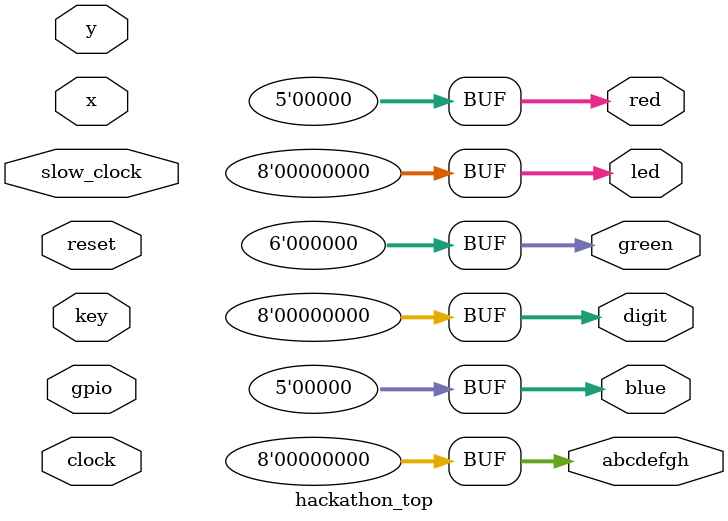
<source format=sv>

module hackathon_top
(
    input  logic       clock,
    input  logic       slow_clock,
    input  logic       reset,

    input  logic [7:0] key,
    output logic [7:0] led,

    // Display de 7 segmentos (no usado en este lab)
    output logic [7:0] abcdefgh,
    output logic [7:0] digit,

    // Interfaz LCD (no usada en este lab)
    input  logic [8:0] x,
    input  logic [8:0] y,
    output logic [4:0] red,
    output logic [5:0] green,
    output logic [4:0] blue,

    inout  logic [3:0] gpio
);

    // -------------------------------------------------------------------------
    // No usamos display, LCD ni GPIO en este lab
    // -------------------------------------------------------------------------
    assign abcdefgh = '0;
    assign digit    = '0;
    assign red      = '0;
    assign green    = '0;
    assign blue     = '0;
    // gpio lo maneja el wrapper de la placa

    // -------------------------------------------------------------------------
    // Divisor de frecuencia
    // -------------------------------------------------------------------------
    //
    // Asumimos que "clock" es de ~27 MHz (desde el PLL de la placa).
    // Usaremos un contador y uno de sus bits altos para obtener un parpadeo
    // cercano a 1 Hz.
    //
    // 27 MHz / 2^25 ≈ 0.8 Hz (periodo ~1.2 s, suficiente para el lab).

    localparam int W_DIV = 25;

    logic [W_DIV-1:0] div_cnt;

    // TODO:
    //   - Implementar el contador síncrono con reset.
    //   - Sugerencia: al reset, poner div_cnt en 0.
    //   - En cada flanco de subida de clock, incrementar div_cnt.

    always_ff @(posedge clock or posedge reset)
    begin
        if (reset)
        begin
            div_cnt <= '0;
        end
        else
        begin
            // TODO: incrementar el contador
            // div_cnt <= ...;
        end
    end

    // -------------------------------------------------------------------------
    // Mapeo hacia LEDs
    // -------------------------------------------------------------------------
    //
    // led[0] debe parpadear con un bit alto del divisor (por ejemplo, bit 24).
    // Los demás LEDs deben estar apagados (0).

    always_comb
    begin
        // TODO:
        //   - Limpiar todos los LEDs.
        //   - Asignar led[0] a uno de los bits altos del contador:
        //       led[0] = div_cnt[W_DIV-1];

        led = 8'b0000_0000;  // valor por defecto

        // led[0] = ...;     // descomentar y completar
    end

endmodule

</source>
